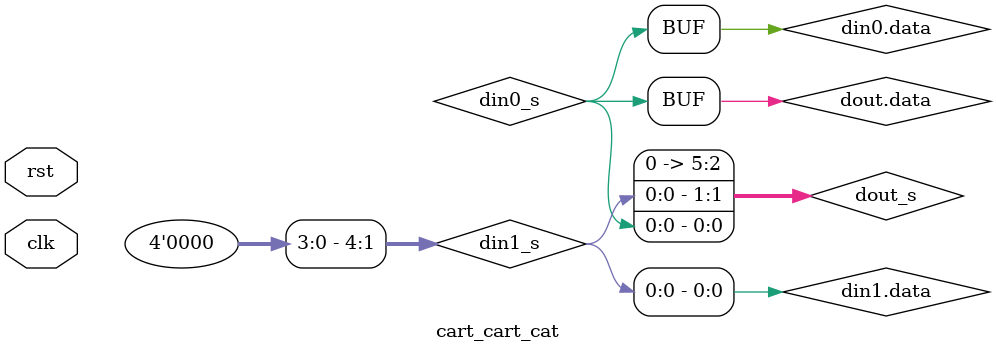
<source format=sv>

module cart_cart_cat
(
    input clk,
    input rst,
    dti.consumer din0, // u1 (1)
    dti.consumer din1, // [u4] (5)
    dti.producer dout // [(u1, u4)] (6)

);
    typedef logic [0:0] din0_t; // u1

    typedef struct packed { // [u4]
        logic [0:0] eot; // u1
        logic [3:0] data; // u4
    } din1_t;

    typedef struct packed { // (u1, u4)
        logic [3:0] f1; // u4
        logic [0:0] f0; // u1
    } dout_data_t;

    typedef struct packed { // [(u1, u4)]
        logic [0:0] eot; // u1
        dout_data_t data; // (u1, u4)
    } dout_t;

    din0_t din0_s;
    din1_t din1_s;
    dout_t dout_s;
    assign din0_s = din0.data;
    assign din1_s = din1.data;
    assign dout.data = dout_s;


    assign dout_s.eot = { din1_s.eot };
    assign dout_s.data = { din1_s.data, din0_s };

    logic  handshake;
    assign dout.valid = din0.valid & din1.valid;
    assign handshake = dout.valid && dout.ready;

    assign din0.ready = din0.valid ? handshake : dout.ready;
    assign din1.ready = din1.valid ? handshake : dout.ready;



endmodule
</source>
